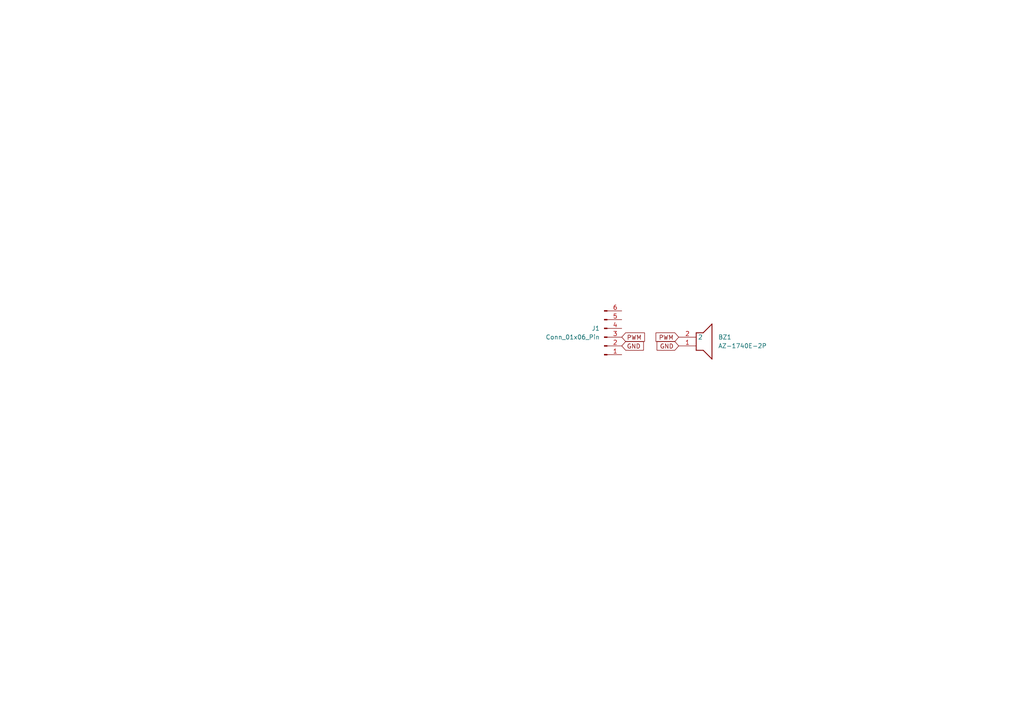
<source format=kicad_sch>
(kicad_sch (version 20250114) (generator "eeschema") (generator_version "9.0")
  (paper "A4")
  (lib_symbols
    (symbol "Connector:Conn_01x06_Pin" (pin_names (offset 1.016) (hide yes))
      (property "Reference" "J" (at 0 7.62 0))
      (property "Value" "Conn_01x06_Pin" (at 0 -10.16 0))
      (symbol "Conn_01x06_Pin_1_1"
        (rectangle (start 0.8636 5.207) (end 0 4.953) (stroke (width 0.1524)) (fill (type outline)))
        (rectangle (start 0.8636 2.667) (end 0 2.413) (stroke (width 0.1524)) (fill (type outline)))
        (rectangle (start 0.8636 0.127) (end 0 -0.127) (stroke (width 0.1524)) (fill (type outline)))
        (rectangle (start 0.8636 -2.413) (end 0 -2.667) (stroke (width 0.1524)) (fill (type outline)))
        (rectangle (start 0.8636 -4.953) (end 0 -5.207) (stroke (width 0.1524)) (fill (type outline)))
        (rectangle (start 0.8636 -7.493) (end 0 -7.747) (stroke (width 0.1524)) (fill (type outline)))
        (polyline (pts (xy 1.27 5.08) (xy 0.8636 5.08)) (stroke (width 0.1524)))
        (polyline (pts (xy 1.27 2.54) (xy 0.8636 2.54)) (stroke (width 0.1524)))
        (polyline (pts (xy 1.27 0) (xy 0.8636 0)) (stroke (width 0.1524)))
        (polyline (pts (xy 1.27 -2.54) (xy 0.8636 -2.54)) (stroke (width 0.1524)))
        (polyline (pts (xy 1.27 -5.08) (xy 0.8636 -5.08)) (stroke (width 0.1524)))
        (polyline (pts (xy 1.27 -7.62) (xy 0.8636 -7.62)) (stroke (width 0.1524)))
        (pin passive line (at 5.08 5.08 180) (length 3.81) (name "Pin_1") (number "1"))
        (pin passive line (at 5.08 2.54 180) (length 3.81) (name "Pin_2") (number "2"))
        (pin passive line (at 5.08 0 180) (length 3.81) (name "Pin_3") (number "3"))
        (pin passive line (at 5.08 -2.54 180) (length 3.81) (name "Pin_4") (number "4"))
        (pin passive line (at 5.08 -5.08 180) (length 3.81) (name "Pin_5") (number "5"))
        (pin passive line (at 5.08 -7.62 180) (length 3.81) (name "Pin_6") (number "6"))
      )
    )
    (symbol "buzzer:AZ-1720E-P-LF"
      (property "Reference" "BZ1" (at 11.43 0.0001 0))
      (property "Value" "AZ-1740E-2P" (at 11.43 -2.5399 0))
      (symbol "AZ-1720E-P-LF_1_1"
        (polyline (pts (xy 5.08 1.27) (xy 5.08 -3.81)) (stroke (width 0.254)))
        (polyline (pts (xy 5.08 1.27) (xy 7.112 1.27)) (stroke (width 0.254)))
        (polyline (pts (xy 7.112 -3.81) (xy 5.08 -3.81)) (stroke (width 0.254)))
        (polyline (pts (xy 7.112 -3.81) (xy 9.652 -6.35)) (stroke (width 0.254)))
        (polyline (pts (xy 9.652 3.81) (xy 7.112 1.27)) (stroke (width 0.254)))
        (polyline (pts (xy 9.652 3.81) (xy 9.652 -6.35)) (stroke (width 0.254)))
        (pin passive line (at 0 0 0) (length 5.08) (name "2") (number "2"))
        (pin passive line (at 0 -2.54 0) (length 5.08) (name "") (number "1"))
      )
    )
  )
  (global_label "PWM" (shape input) (at 196.85 97.79 180) (property "Intersheetrefs" "${INTERSHEET_REFS}" (effects (hide yes))))
  (global_label "PWM" (shape input) (at 180.34 97.79 0) (property "Intersheetrefs" "${INTERSHEET_REFS}" (effects (hide yes))))
  (global_label "GND" (shape input) (at 196.85 100.33 180) (property "Intersheetrefs" "${INTERSHEET_REFS}" (effects (hide yes))))
  (global_label "GND" (shape input) (at 180.34 100.33 0) (property "Intersheetrefs" "${INTERSHEET_REFS}" (effects (hide yes))))
  (symbol (lib_id "Connector:Conn_01x06_Pin") (at 175.26 97.79 0) (mirror x) (unit 1)
    (property "Reference" "J1" (at 173.99 95.2499 0) (effects (justify right)))
    (property "Value" "Conn_01x06_Pin" (at 173.99 97.7899 0) (effects (justify right)))
    (property "Footprint" "Connector_PinHeader_2.54mm:PinHeader_1x06_P2.54mm_Horizontal" (effects (hide yes)))
    (property "Description" "Generic connector, single row, 01x06, script generated" (effects (hide yes)))
  )
  (symbol (lib_id "buzzer:AZ-1720E-P-LF") (at 196.85 97.79 0) (unit 1)
    (property "Reference" "BZ1" (at 208.28 97.7899 0) (effects (justify left)))
    (property "Value" "AZ-1740E-2P" (at 208.28 100.3299 0) (effects (justify left)))
    (property "Footprint" "Samacsys:AZ-1740E-2P" (effects (hide yes)))
    (property "Datasheet" "https://www.mouser.com/datasheet/2/1005/2020050867529-2325031.pdf" (effects (hide yes)))
    (property "Description" "Piezo Buzzers & Audio Indicators Piezo Buzzer 4000Hz 5VAC, 80dBA" (effects (hide yes)))
    (property "Height" "7.8" (effects (hide yes)))
    (property "Manufacturer_Name" "AATC" (effects (hide yes)))
    (property "Manufacturer_Part_Number" "AZ-1720E-P-LF" (effects (hide yes)))
  )
)
</source>
